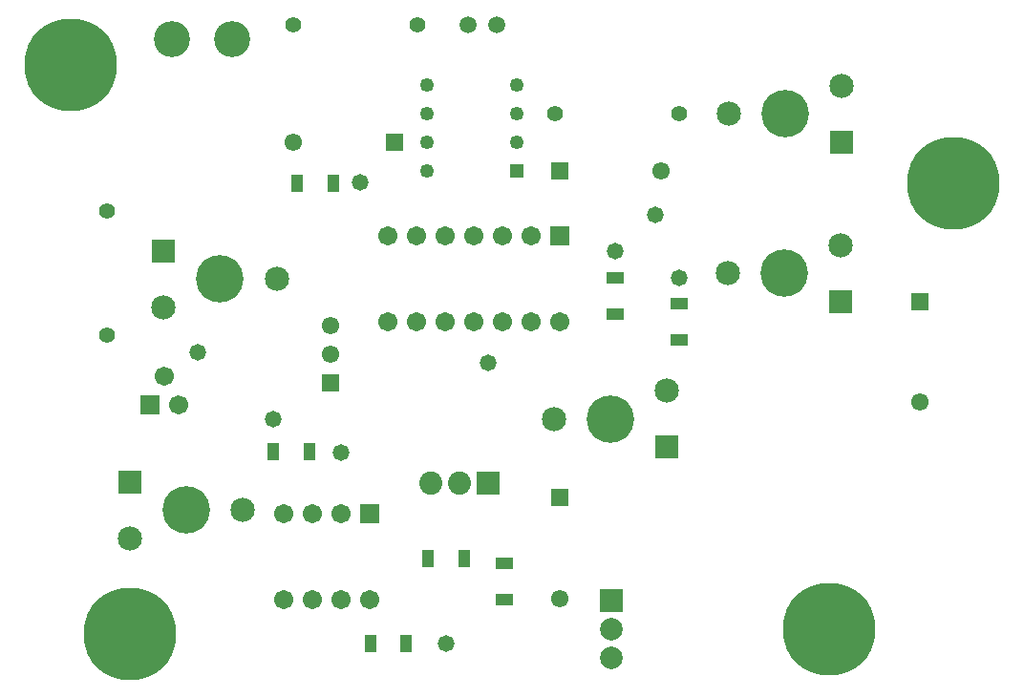
<source format=gbr>
%TF.GenerationSoftware,Altium Limited,Altium Designer,25.1.2 (22)*%
G04 Layer_Color=8388736*
%FSLAX25Y25*%
%MOIN*%
%TF.SameCoordinates,C6B27E67-7A8A-4C38-9DB9-D7D7B609FA95*%
%TF.FilePolarity,Negative*%
%TF.FileFunction,Soldermask,Top*%
%TF.Part,Single*%
G01*
G75*
%TA.AperFunction,SMDPad,CuDef*%
%ADD10R,0.05906X0.03937*%
%ADD11R,0.03937X0.05906*%
%TA.AperFunction,ComponentPad*%
%ADD19R,0.04921X0.04921*%
%ADD20C,0.04921*%
%ADD23R,0.08071X0.08071*%
%ADD24C,0.08071*%
%ADD27R,0.07874X0.07874*%
%ADD28C,0.07874*%
%ADD34R,0.06102X0.06102*%
%ADD35C,0.06102*%
%ADD48C,0.12611*%
%ADD49C,0.05918*%
%ADD50C,0.05524*%
%ADD51R,0.06706X0.06706*%
%ADD52C,0.06706*%
%ADD53C,0.06115*%
%ADD54R,0.06115X0.06115*%
%ADD55C,0.16548*%
%ADD56C,0.08477*%
%ADD57R,0.08477X0.08477*%
%ADD58C,0.06700*%
%ADD59R,0.06700X0.06700*%
%ADD60R,0.06115X0.06115*%
%TA.AperFunction,ViaPad*%
%ADD61C,0.32296*%
%ADD62C,0.05800*%
D10*
X240945Y47638D02*
D03*
Y60236D02*
D03*
X301969Y138189D02*
D03*
Y150787D02*
D03*
X279528Y147244D02*
D03*
Y159843D02*
D03*
D11*
X214173Y61811D02*
D03*
X226772D02*
D03*
X206693Y32283D02*
D03*
X194095D02*
D03*
X172835Y99213D02*
D03*
X160236D02*
D03*
X181102Y192913D02*
D03*
X168504D02*
D03*
D19*
X245153Y197000D02*
D03*
D20*
Y207000D02*
D03*
Y217000D02*
D03*
Y227000D02*
D03*
X213894D02*
D03*
Y217000D02*
D03*
Y207000D02*
D03*
Y197000D02*
D03*
D23*
X235394Y88126D02*
D03*
D24*
X225394D02*
D03*
X215394D02*
D03*
D27*
X278394Y47000D02*
D03*
D28*
Y37000D02*
D03*
Y27000D02*
D03*
D34*
X385827Y151339D02*
D03*
D35*
Y116378D02*
D03*
D48*
X125000Y243110D02*
D03*
X145866D02*
D03*
D49*
X238189Y248031D02*
D03*
X228189D02*
D03*
D50*
X167323D02*
D03*
X210630D02*
D03*
X102362Y183071D02*
D03*
Y139764D02*
D03*
X258740Y217000D02*
D03*
X302047D02*
D03*
D51*
X260394Y174500D02*
D03*
X193894Y77500D02*
D03*
D52*
X250394Y174500D02*
D03*
X240394D02*
D03*
X230394D02*
D03*
X220394D02*
D03*
X210394D02*
D03*
X200394D02*
D03*
X260394Y144500D02*
D03*
X250394D02*
D03*
X240394D02*
D03*
X230394D02*
D03*
X220394D02*
D03*
X210394D02*
D03*
X200394D02*
D03*
X163894Y47500D02*
D03*
X173894D02*
D03*
X183894D02*
D03*
X193894D02*
D03*
X163894Y77500D02*
D03*
X173894D02*
D03*
X183894D02*
D03*
D53*
X260394Y47783D02*
D03*
X180394Y143000D02*
D03*
Y133000D02*
D03*
X295610Y197000D02*
D03*
X167177Y207000D02*
D03*
D54*
X260394Y83217D02*
D03*
X180394Y123000D02*
D03*
D55*
X141732Y159449D02*
D03*
X129921Y78740D02*
D03*
X277894Y110500D02*
D03*
X338583Y161417D02*
D03*
X338894Y217000D02*
D03*
D56*
X122047Y149606D02*
D03*
X161417Y159449D02*
D03*
X110236Y68898D02*
D03*
X149606Y78740D02*
D03*
X258209Y110500D02*
D03*
X297579Y120343D02*
D03*
X358268Y171260D02*
D03*
X318898Y161417D02*
D03*
X358579Y226842D02*
D03*
X319209Y217000D02*
D03*
D57*
X122047Y169291D02*
D03*
X110236Y88583D02*
D03*
X297579Y100657D02*
D03*
X358268Y151575D02*
D03*
X358579Y207157D02*
D03*
D58*
X127394Y115500D02*
D03*
X122394Y125500D02*
D03*
D59*
X117394Y115500D02*
D03*
D60*
X260177Y197000D02*
D03*
X202610Y207000D02*
D03*
D61*
X89567Y234252D02*
D03*
X354331Y37000D02*
D03*
X110236Y35433D02*
D03*
X397638Y192913D02*
D03*
D62*
X133858Y133858D02*
D03*
X293701Y181890D02*
D03*
X190551Y193307D02*
D03*
X183858Y98819D02*
D03*
X160236Y110630D02*
D03*
X301969Y159843D02*
D03*
X235394Y130000D02*
D03*
X279528Y169291D02*
D03*
X220472Y32283D02*
D03*
%TF.MD5,78976f32d2e1650e168ce461b1bee83b*%
M02*

</source>
